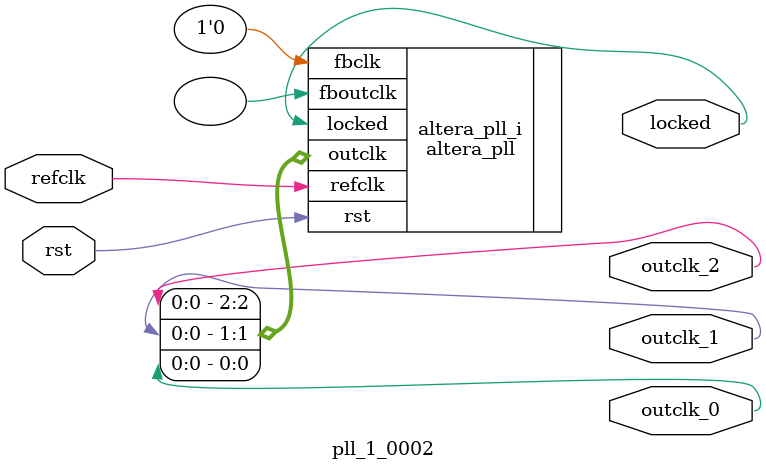
<source format=v>

`timescale 1ns/10ps
module  pll_1_0002(

	// interface 'refclk'
	input wire refclk,

	// interface 'reset'
	input wire rst,

	// interface 'outclk0'
	output wire outclk_0,

	// interface 'outclk1'
	output wire outclk_1,

	// interface 'outclk2'
	output wire outclk_2,

	// interface 'locked'
	output wire locked
);

	altera_pll #(
		.fractional_vco_multiplier("false"),
		.reference_clock_frequency("50.0 MHz"),
		.operation_mode("direct"),
		.number_of_clocks(3),
		.output_clock_frequency0("100.000000 MHz"),
		.phase_shift0("0 ps"),
		.duty_cycle0(50),
		.output_clock_frequency1("24.000000 MHz"),
		.phase_shift1("0 ps"),
		.duty_cycle1(50),
		.output_clock_frequency2("23.076923 MHz"),
		.phase_shift2("0 ps"),
		.duty_cycle2(50),
		.output_clock_frequency3("0 MHz"),
		.phase_shift3("0 ps"),
		.duty_cycle3(50),
		.output_clock_frequency4("0 MHz"),
		.phase_shift4("0 ps"),
		.duty_cycle4(50),
		.output_clock_frequency5("0 MHz"),
		.phase_shift5("0 ps"),
		.duty_cycle5(50),
		.output_clock_frequency6("0 MHz"),
		.phase_shift6("0 ps"),
		.duty_cycle6(50),
		.output_clock_frequency7("0 MHz"),
		.phase_shift7("0 ps"),
		.duty_cycle7(50),
		.output_clock_frequency8("0 MHz"),
		.phase_shift8("0 ps"),
		.duty_cycle8(50),
		.output_clock_frequency9("0 MHz"),
		.phase_shift9("0 ps"),
		.duty_cycle9(50),
		.output_clock_frequency10("0 MHz"),
		.phase_shift10("0 ps"),
		.duty_cycle10(50),
		.output_clock_frequency11("0 MHz"),
		.phase_shift11("0 ps"),
		.duty_cycle11(50),
		.output_clock_frequency12("0 MHz"),
		.phase_shift12("0 ps"),
		.duty_cycle12(50),
		.output_clock_frequency13("0 MHz"),
		.phase_shift13("0 ps"),
		.duty_cycle13(50),
		.output_clock_frequency14("0 MHz"),
		.phase_shift14("0 ps"),
		.duty_cycle14(50),
		.output_clock_frequency15("0 MHz"),
		.phase_shift15("0 ps"),
		.duty_cycle15(50),
		.output_clock_frequency16("0 MHz"),
		.phase_shift16("0 ps"),
		.duty_cycle16(50),
		.output_clock_frequency17("0 MHz"),
		.phase_shift17("0 ps"),
		.duty_cycle17(50),
		.pll_type("General"),
		.pll_subtype("General")
	) altera_pll_i (
		.rst	(rst),
		.outclk	({outclk_2, outclk_1, outclk_0}),
		.locked	(locked),
		.fboutclk	( ),
		.fbclk	(1'b0),
		.refclk	(refclk)
	);
endmodule


</source>
